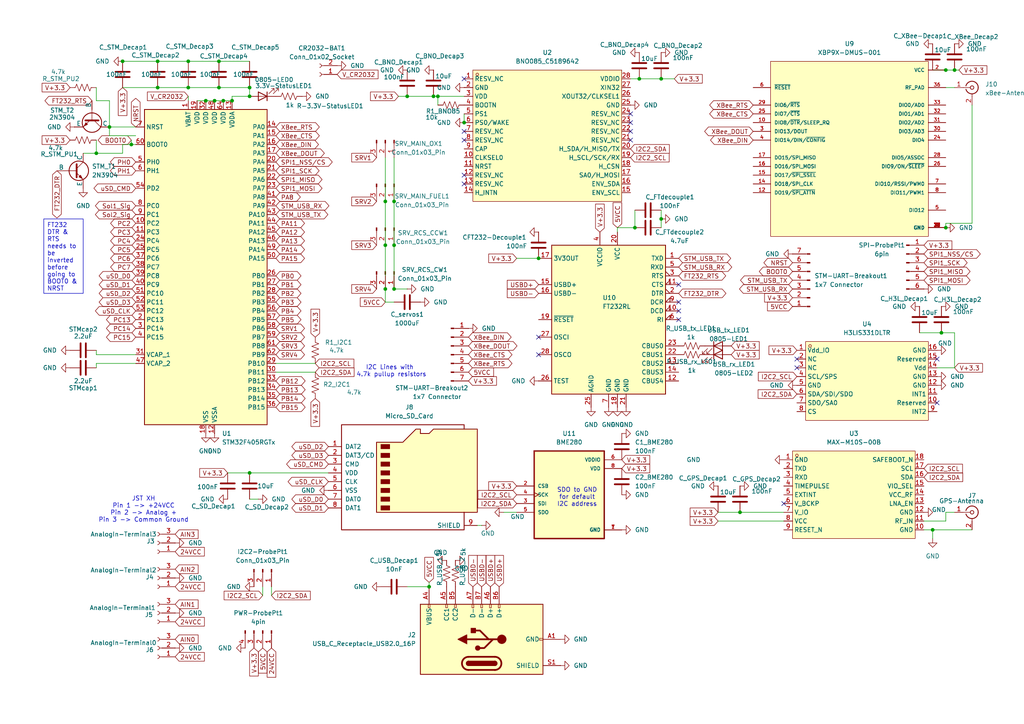
<source format=kicad_sch>
(kicad_sch (version 20250114) (generator "eeschema") (generator_version "9.0")
  (paper "A4")
  (text "I2C Lines with \n4.7k pullup resistors" (at 113.538 107.696 0) (effects (font (size 1.27 1.27))))
  (text "JST XH\nPin 1 -> +24VCC\nPin 2 -> Analog +\nPin 3 -> Common Ground" (at 41.656 147.828 0) (effects (font (size 1.27 1.27))))
  (text "SDO to GND\nfor default\nI2C address" (at 167.386 144.272 0) (effects (font (size 1.27 1.27))))
  (text_box "FT232 DTR & RTS needs to be inverted before going to BOOT0 & NRST" (at 12.7 63.5 0) (size 11.43 21.59) (margins 0.9525 0.9525 0.9525 0.9525) (effects (font (size 1.27 1.27)) (justify left top)))
  (junction (at 127 27.94))
  (junction (at 214.63 148.59))
  (junction (at 63.5 25.4))
  (junction (at 114.3 58.42))
  (junction (at 59.69 29.21))
  (junction (at 72.39 25.4))
  (junction (at 72.39 27.94))
  (junction (at 64.77 29.21))
  (junction (at 67.31 29.21))
  (junction (at 156.21 74.93))
  (junction (at 274.32 20.32))
  (junction (at 111.76 83.82))
  (junction (at 184.15 66.04))
  (junction (at 114.3 71.12))
  (junction (at 54.61 17.78))
  (junction (at 63.5 17.78))
  (junction (at 270.51 153.67))
  (junction (at 72.39 137.16))
  (junction (at 134.62 35.56))
  (junction (at 118.11 27.94))
  (junction (at 62.23 29.21))
  (junction (at 185.42 22.86))
  (junction (at 111.76 58.42))
  (junction (at 31.75 36.83))
  (junction (at 191.77 63.5))
  (junction (at 191.77 22.86))
  (junction (at 45.72 17.78))
  (junction (at 27.94 44.45))
  (junction (at 38.1 41.91))
  (junction (at 111.76 71.12))
  (junction (at 124.46 170.18))
  (junction (at 273.05 96.52))
  (junction (at 54.61 25.4))
  (junction (at 274.32 66.04))
  (junction (at 35.56 17.78))
  (junction (at 125.73 27.94))
  (junction (at 276.86 20.32))
  (junction (at 45.72 25.4))
  (junction (at 114.3 83.82))
  (no_connect (at 196.85 92.71))
  (no_connect (at 156.21 97.79))
  (no_connect (at 134.62 50.8))
  (no_connect (at 182.88 40.64))
  (no_connect (at 271.78 104.14))
  (no_connect (at 134.62 40.64))
  (no_connect (at 182.88 38.1))
  (no_connect (at 134.62 53.34))
  (no_connect (at 182.88 33.02))
  (no_connect (at 182.88 35.56))
  (no_connect (at 231.14 104.14))
  (no_connect (at 196.85 82.55))
  (no_connect (at 134.62 22.86))
  (no_connect (at 271.78 116.84))
  (no_connect (at 134.62 38.1))
  (no_connect (at 227.33 146.05))
  (no_connect (at 196.85 87.63))
  (no_connect (at 196.85 90.17))
  (no_connect (at 156.21 102.87))
  (no_connect (at 231.14 106.68))
  (wire (pts (xy 91.44 105.41) (xy 80.01 105.41)))
  (wire (pts (xy 127 27.94) (xy 127 30.48)))
  (wire (pts (xy 134.62 33.02) (xy 134.62 35.56)))
  (wire (pts (xy 35.56 17.78) (xy 45.72 17.78)))
  (wire (pts (xy 45.72 25.4) (xy 54.61 25.4)))
  (wire (pts (xy 57.15 29.21) (xy 59.69 29.21)))
  (wire (pts (xy 138.43 152.4) (xy 139.7 152.4)))
  (wire (pts (xy 266.7 96.52) (xy 273.05 96.52)))
  (wire (pts (xy 24.13 44.45) (xy 27.94 44.45)))
  (wire (pts (xy 39.37 102.87) (xy 27.94 102.87)))
  (wire (pts (xy 27.94 40.64) (xy 27.94 44.45)))
  (wire (pts (xy 38.1 41.91) (xy 39.37 41.91)))
  (wire (pts (xy 179.07 66.04) (xy 179.07 67.31)))
  (wire (pts (xy 118.11 170.18) (xy 124.46 170.18)))
  (wire (pts (xy 27.94 105.41) (xy 39.37 105.41)))
  (wire (pts (xy 115.57 27.94) (xy 118.11 27.94)))
  (wire (pts (xy 185.42 22.86) (xy 191.77 22.86)))
  (wire (pts (xy 208.28 151.13) (xy 227.33 151.13)))
  (wire (pts (xy 274.32 25.4) (xy 276.86 25.4)))
  (wire (pts (xy 114.3 58.42) (xy 114.3 71.12)))
  (wire (pts (xy 149.86 74.93) (xy 156.21 74.93)))
  (wire (pts (xy 54.61 17.78) (xy 63.5 17.78)))
  (wire (pts (xy 114.3 45.72) (xy 114.3 58.42)))
  (wire (pts (xy 114.3 87.63) (xy 111.76 87.63)))
  (wire (pts (xy 276.86 96.52) (xy 276.86 106.68)))
  (wire (pts (xy 35.56 41.91) (xy 38.1 41.91)))
  (wire (pts (xy 281.94 64.77) (xy 274.32 64.77)))
  (wire (pts (xy 59.69 29.21) (xy 62.23 29.21)))
  (wire (pts (xy 274.32 148.59) (xy 274.32 151.13)))
  (wire (pts (xy 27.94 101.6) (xy 27.94 102.87)))
  (wire (pts (xy 111.76 71.12) (xy 111.76 83.82)))
  (wire (pts (xy 62.23 29.21) (xy 64.77 29.21)))
  (wire (pts (xy 118.11 27.94) (xy 125.73 27.94)))
  (wire (pts (xy 35.56 25.4) (xy 45.72 25.4)))
  (wire (pts (xy 191.77 63.5) (xy 191.77 66.04)))
  (wire (pts (xy 184.15 66.04) (xy 179.07 66.04)))
  (wire (pts (xy 274.32 151.13) (xy 267.97 151.13)))
  (wire (pts (xy 64.77 29.21) (xy 67.31 29.21)))
  (wire (pts (xy 273.05 96.52) (xy 276.86 96.52)))
  (wire (pts (xy 66.04 137.16) (xy 72.39 137.16)))
  (wire (pts (xy 72.39 27.94) (xy 67.31 27.94)))
  (wire (pts (xy 45.72 17.78) (xy 54.61 17.78)))
  (wire (pts (xy 35.56 44.45) (xy 35.56 41.91)))
  (wire (pts (xy 278.13 20.32) (xy 276.86 20.32)))
  (wire (pts (xy 38.1 40.64) (xy 38.1 41.91)))
  (wire (pts (xy 76.2 170.18) (xy 76.2 172.72)))
  (wire (pts (xy 72.39 137.16) (xy 95.25 137.16)))
  (wire (pts (xy 127 27.94) (xy 134.62 27.94)))
  (wire (pts (xy 27.94 44.45) (xy 35.56 44.45)))
  (wire (pts (xy 63.5 17.78) (xy 72.39 17.78)))
  (wire (pts (xy 191.77 60.96) (xy 191.77 63.5)))
  (wire (pts (xy 111.76 45.72) (xy 111.76 58.42)))
  (wire (pts (xy 146.05 148.59) (xy 149.86 148.59)))
  (wire (pts (xy 27.94 29.21) (xy 31.75 29.21)))
  (wire (pts (xy 39.37 39.37) (xy 31.75 39.37)))
  (wire (pts (xy 31.75 29.21) (xy 31.75 36.83)))
  (wire (pts (xy 184.15 60.96) (xy 184.15 66.04)))
  (wire (pts (xy 125.73 27.94) (xy 127 27.94)))
  (wire (pts (xy 182.88 22.86) (xy 185.42 22.86)))
  (wire (pts (xy 78.74 170.18) (xy 78.74 172.72)))
  (wire (pts (xy 54.61 27.94) (xy 54.61 29.21)))
  (wire (pts (xy 111.76 58.42) (xy 111.76 71.12)))
  (wire (pts (xy 72.39 144.78) (xy 74.93 144.78)))
  (wire (pts (xy 114.3 71.12) (xy 114.3 83.82)))
  (wire (pts (xy 274.32 64.77) (xy 274.32 66.04)))
  (wire (pts (xy 111.76 87.63) (xy 111.76 83.82)))
  (wire (pts (xy 72.39 25.4) (xy 72.39 27.94)))
  (wire (pts (xy 276.86 106.68) (xy 271.78 106.68)))
  (wire (pts (xy 67.31 27.94) (xy 67.31 29.21)))
  (wire (pts (xy 270.51 153.67) (xy 270.51 156.21)))
  (wire (pts (xy 91.44 107.95) (xy 80.01 107.95)))
  (wire (pts (xy 39.37 36.83) (xy 31.75 36.83)))
  (wire (pts (xy 270.51 20.32) (xy 274.32 20.32)))
  (wire (pts (xy 27.94 105.41) (xy 27.94 106.68)))
  (wire (pts (xy 27.94 25.4) (xy 27.94 29.21)))
  (wire (pts (xy 118.11 83.82) (xy 114.3 83.82)))
  (wire (pts (xy 267.97 153.67) (xy 270.51 153.67)))
  (wire (pts (xy 214.63 148.59) (xy 227.33 148.59)))
  (wire (pts (xy 63.5 25.4) (xy 72.39 25.4)))
  (wire (pts (xy 31.75 39.37) (xy 31.75 36.83)))
  (wire (pts (xy 276.86 20.32) (xy 274.32 20.32)))
  (wire (pts (xy 54.61 25.4) (xy 63.5 25.4)))
  (wire (pts (xy 274.32 148.59) (xy 276.86 148.59)))
  (wire (pts (xy 124.46 168.91) (xy 124.46 170.18)))
  (wire (pts (xy 281.94 30.48) (xy 281.94 64.77)))
  (wire (pts (xy 195.58 22.86) (xy 191.77 22.86)))
  (wire (pts (xy 208.28 148.59) (xy 214.63 148.59)))
  (wire (pts (xy 270.51 153.67) (xy 281.94 153.67)))
  (global_label "BOOT0" (shape bidirectional) (at 38.1 40.64 180) (property "Intersheetrefs" "${INTERSHEET_REFS}" (effects (hide yes))))
  (global_label "5VCC" (shape input) (at 229.87 88.9 180) (property "Intersheetrefs" "${INTERSHEET_REFS}" (effects (hide yes))))
  (global_label "PC2" (shape bidirectional) (at 39.37 64.77 180) (property "Intersheetrefs" "${INTERSHEET_REFS}" (effects (hide yes))))
  (global_label "V+3.3" (shape input) (at 20.32 40.64 180) (property "Intersheetrefs" "${INTERSHEET_REFS}" (effects (hide yes))))
  (global_label "XBee_RTS" (shape bidirectional) (at 80.01 36.83 0) (property "Intersheetrefs" "${INTERSHEET_REFS}" (effects (hide yes))))
  (global_label "AIN1" (shape input) (at 50.8 175.26 0) (property "Intersheetrefs" "${INTERSHEET_REFS}" (effects (hide yes))))
  (global_label "I2C2_SCL" (shape input) (at 91.44 105.41 0) (property "Intersheetrefs" "${INTERSHEET_REFS}" (effects (hide yes))))
  (global_label "PC4" (shape bidirectional) (at 39.37 69.85 180) (property "Intersheetrefs" "${INTERSHEET_REFS}" (effects (hide yes))))
  (global_label "SRV4" (shape bidirectional) (at 80.01 102.87 0) (property "Intersheetrefs" "${INTERSHEET_REFS}" (effects (hide yes))))
  (global_label "uSD_D2" (shape bidirectional) (at 39.37 85.09 180) (property "Intersheetrefs" "${INTERSHEET_REFS}" (effects (hide yes))))
  (global_label "PA13" (shape bidirectional) (at 80.01 69.85 0) (property "Intersheetrefs" "${INTERSHEET_REFS}" (effects (hide yes))))
  (global_label "FT232_DTR" (shape bidirectional) (at 196.85 85.09 0) (property "Intersheetrefs" "${INTERSHEET_REFS}" (effects (hide yes))))
  (global_label "XBee_DOUT" (shape bidirectional) (at 135.89 100.33 0) (property "Intersheetrefs" "${INTERSHEET_REFS}" (effects (hide yes))))
  (global_label "USBD+" (shape input) (at 142.24 170.18 90) (property "Intersheetrefs" "${INTERSHEET_REFS}" (effects (hide yes))))
  (global_label "PC5" (shape bidirectional) (at 39.37 72.39 180) (property "Intersheetrefs" "${INTERSHEET_REFS}" (effects (hide yes))))
  (global_label "V+3.3" (shape input) (at 267.97 71.12 0) (property "Intersheetrefs" "${INTERSHEET_REFS}" (effects (hide yes))))
  (global_label "V+3.3" (shape input) (at 91.44 97.79 90) (property "Intersheetrefs" "${INTERSHEET_REFS}" (effects (hide yes))))
  (global_label "STM_USB_TX" (shape bidirectional) (at 80.01 62.23 0) (property "Intersheetrefs" "${INTERSHEET_REFS}" (effects (hide yes))))
  (global_label "uSD_CLK" (shape bidirectional) (at 95.25 139.7 180) (property "Intersheetrefs" "${INTERSHEET_REFS}" (effects (hide yes))))
  (global_label "V+3.3" (shape input) (at 180.34 133.35 0) (property "Intersheetrefs" "${INTERSHEET_REFS}" (effects (hide yes))))
  (global_label "STM_USB_RX" (shape bidirectional) (at 80.01 59.69 0) (property "Intersheetrefs" "${INTERSHEET_REFS}" (effects (hide yes))))
  (global_label "PB3" (shape bidirectional) (at 80.01 87.63 0) (property "Intersheetrefs" "${INTERSHEET_REFS}" (effects (hide yes))))
  (global_label "V+3.3" (shape input) (at 73.66 187.96 270) (property "Intersheetrefs" "${INTERSHEET_REFS}" (effects (hide yes))))
  (global_label "NRST" (shape bidirectional) (at 229.87 76.2 180) (property "Intersheetrefs" "${INTERSHEET_REFS}" (effects (hide yes))))
  (global_label "uSD_CMD" (shape bidirectional) (at 39.37 54.61 180) (property "Intersheetrefs" "${INTERSHEET_REFS}" (effects (hide yes))))
  (global_label "V+3.3" (shape input) (at 35.56 25.4 270) (property "Intersheetrefs" "${INTERSHEET_REFS}" (effects (hide yes))))
  (global_label "PB0" (shape bidirectional) (at 80.01 80.01 0) (property "Intersheetrefs" "${INTERSHEET_REFS}" (effects (hide yes))))
  (global_label "SRV2" (shape input) (at 109.22 58.42 180) (property "Intersheetrefs" "${INTERSHEET_REFS}" (effects (hide yes))))
  (global_label "24VCC" (shape input) (at 50.8 190.5 0) (property "Intersheetrefs" "${INTERSHEET_REFS}" (effects (hide yes))))
  (global_label "V+3.3" (shape input) (at 115.57 27.94 180) (property "Intersheetrefs" "${INTERSHEET_REFS}" (effects (hide yes))))
  (global_label "PC7" (shape bidirectional) (at 39.37 77.47 180) (property "Intersheetrefs" "${INTERSHEET_REFS}" (effects (hide yes))))
  (global_label "SPI1_SCK" (shape bidirectional) (at 267.97 76.2 0) (property "Intersheetrefs" "${INTERSHEET_REFS}" (effects (hide yes))))
  (global_label "PC6" (shape bidirectional) (at 39.37 74.93 180) (property "Intersheetrefs" "${INTERSHEET_REFS}" (effects (hide yes))))
  (global_label "5VCC" (shape input) (at 124.46 168.91 90) (property "Intersheetrefs" "${INTERSHEET_REFS}" (effects (hide yes))))
  (global_label "PB5" (shape bidirectional) (at 80.01 92.71 0) (property "Intersheetrefs" "${INTERSHEET_REFS}" (effects (hide yes))))
  (global_label "USBD-" (shape input) (at 137.16 170.18 90) (property "Intersheetrefs" "${INTERSHEET_REFS}" (effects (hide yes))))
  (global_label "V+3.3" (shape input) (at 135.89 110.49 0) (property "Intersheetrefs" "${INTERSHEET_REFS}" (effects (hide yes))))
  (global_label "SPI1_NSS{slash}CS" (shape bidirectional) (at 267.97 73.66 0) (property "Intersheetrefs" "${INTERSHEET_REFS}" (effects (hide yes))))
  (global_label "V+3.3" (shape input) (at 208.28 151.13 180) (property "Intersheetrefs" "${INTERSHEET_REFS}" (effects (hide yes))))
  (global_label "V+3.3" (shape input) (at 212.09 102.87 0) (property "Intersheetrefs" "${INTERSHEET_REFS}" (effects (hide yes))))
  (global_label "STM_USB_RX" (shape bidirectional) (at 196.85 77.47 0) (property "Intersheetrefs" "${INTERSHEET_REFS}" (effects (hide yes))))
  (global_label "PB4" (shape bidirectional) (at 80.01 90.17 0) (property "Intersheetrefs" "${INTERSHEET_REFS}" (effects (hide yes))))
  (global_label "24VCC" (shape input) (at 50.8 160.02 0) (property "Intersheetrefs" "${INTERSHEET_REFS}" (effects (hide yes))))
  (global_label "I2C2_SDA" (shape input) (at 78.74 172.72 0) (property "Intersheetrefs" "${INTERSHEET_REFS}" (effects (hide yes))))
  (global_label "SRV1" (shape input) (at 109.22 45.72 180) (property "Intersheetrefs" "${INTERSHEET_REFS}" (effects (hide yes))))
  (global_label "V+3.3" (shape input) (at 173.99 67.31 90) (property "Intersheetrefs" "${INTERSHEET_REFS}" (effects (hide yes))))
  (global_label "uSD_D0" (shape bidirectional) (at 39.37 80.01 180) (property "Intersheetrefs" "${INTERSHEET_REFS}" (effects (hide yes))))
  (global_label "uSD_CLK" (shape bidirectional) (at 39.37 90.17 180) (property "Intersheetrefs" "${INTERSHEET_REFS}" (effects (hide yes))))
  (global_label "V+3.3" (shape input) (at 149.86 74.93 180) (property "Intersheetrefs" "${INTERSHEET_REFS}" (effects (hide yes))))
  (global_label "24VCC" (shape input) (at 50.8 170.18 0) (property "Intersheetrefs" "${INTERSHEET_REFS}" (effects (hide yes))))
  (global_label "V+3.3" (shape input) (at 276.86 106.68 0) (property "Intersheetrefs" "${INTERSHEET_REFS}" (effects (hide yes))))
  (global_label "I2C2_SCL" (shape input) (at 76.2 172.72 180) (property "Intersheetrefs" "${INTERSHEET_REFS}" (effects (hide yes))))
  (global_label "SRV3" (shape bidirectional) (at 80.01 100.33 0) (property "Intersheetrefs" "${INTERSHEET_REFS}" (effects (hide yes))))
  (global_label "PH0" (shape bidirectional) (at 39.37 46.99 180) (property "Intersheetrefs" "${INTERSHEET_REFS}" (effects (hide yes))))
  (global_label "uSD_D2" (shape bidirectional) (at 95.25 129.54 180) (property "Intersheetrefs" "${INTERSHEET_REFS}" (effects (hide yes))))
  (global_label "I2C2_SCL" (shape input) (at 231.14 109.22 180) (property "Intersheetrefs" "${INTERSHEET_REFS}" (effects (hide yes))))
  (global_label "I2C2_SCL" (shape input) (at 182.88 45.72 0) (property "Intersheetrefs" "${INTERSHEET_REFS}" (effects (hide yes))))
  (global_label "SRV1" (shape bidirectional) (at 80.01 95.25 0) (property "Intersheetrefs" "${INTERSHEET_REFS}" (effects (hide yes))))
  (global_label "I2C2_SCL" (shape input) (at 267.97 135.89 0) (property "Intersheetrefs" "${INTERSHEET_REFS}" (effects (hide yes))))
  (global_label "FT232_RTS" (shape bidirectional) (at 196.85 80.01 0) (property "Intersheetrefs" "${INTERSHEET_REFS}" (effects (hide yes))))
  (global_label "PA15" (shape bidirectional) (at 80.01 74.93 0) (property "Intersheetrefs" "${INTERSHEET_REFS}" (effects (hide yes))))
  (global_label "XBee_RTS" (shape bidirectional) (at 135.89 105.41 0) (property "Intersheetrefs" "${INTERSHEET_REFS}" (effects (hide yes))))
  (global_label "STM_USB_TX" (shape bidirectional) (at 229.87 81.28 180) (property "Intersheetrefs" "${INTERSHEET_REFS}" (effects (hide yes))))
  (global_label "STM_USB_RX" (shape bidirectional) (at 229.87 83.82 180) (property "Intersheetrefs" "${INTERSHEET_REFS}" (effects (hide yes))))
  (global_label "Sol1_Sig" (shape bidirectional) (at 39.37 59.69 180) (property "Intersheetrefs" "${INTERSHEET_REFS}" (effects (hide yes))))
  (global_label "V+3.3" (shape input) (at 180.34 135.89 0) (property "Intersheetrefs" "${INTERSHEET_REFS}" (effects (hide yes))))
  (global_label "I2C2_SCL" (shape input) (at 149.86 143.51 180) (property "Intersheetrefs" "${INTERSHEET_REFS}" (effects (hide yes))))
  (global_label "PB15" (shape bidirectional) (at 80.01 118.11 0) (property "Intersheetrefs" "${INTERSHEET_REFS}" (effects (hide yes))))
  (global_label "XBee_CTS" (shape bidirectional) (at 135.89 102.87 0) (property "Intersheetrefs" "${INTERSHEET_REFS}" (effects (hide yes))))
  (global_label "I2C2_SDA" (shape input) (at 267.97 138.43 0) (property "Intersheetrefs" "${INTERSHEET_REFS}" (effects (hide yes))))
  (global_label "V+3.3" (shape input) (at 231.14 101.6 180) (property "Intersheetrefs" "${INTERSHEET_REFS}" (effects (hide yes))))
  (global_label "XBee_CTS" (shape bidirectional) (at 218.44 33.02 180) (property "Intersheetrefs" "${INTERSHEET_REFS}" (effects (hide yes))))
  (global_label "5VCC" (shape input) (at 76.2 187.96 270) (property "Intersheetrefs" "${INTERSHEET_REFS}" (effects (hide yes))))
  (global_label "V+3.3" (shape input) (at 195.58 22.86 0) (property "Intersheetrefs" "${INTERSHEET_REFS}" (effects (hide yes))))
  (global_label "USBD+" (shape input) (at 144.78 170.18 90) (property "Intersheetrefs" "${INTERSHEET_REFS}" (effects (hide yes))))
  (global_label "AIN3" (shape input) (at 50.8 154.94 0) (property "Intersheetrefs" "${INTERSHEET_REFS}" (effects (hide yes))))
  (global_label "V+3.3" (shape input) (at 91.44 115.57 270) (property "Intersheetrefs" "${INTERSHEET_REFS}" (effects (hide yes))))
  (global_label "PB12" (shape bidirectional) (at 80.01 110.49 0) (property "Intersheetrefs" "${INTERSHEET_REFS}" (effects (hide yes))))
  (global_label "V+3.3" (shape input) (at 208.28 148.59 180) (property "Intersheetrefs" "${INTERSHEET_REFS}" (effects (hide yes))))
  (global_label "PB2" (shape bidirectional) (at 80.01 85.09 0) (property "Intersheetrefs" "${INTERSHEET_REFS}" (effects (hide yes))))
  (global_label "SPI1_MISO" (shape bidirectional) (at 80.01 52.07 0) (property "Intersheetrefs" "${INTERSHEET_REFS}" (effects (hide yes))))
  (global_label "XBee_DOUT" (shape bidirectional) (at 80.01 44.45 0) (property "Intersheetrefs" "${INTERSHEET_REFS}" (effects (hide yes))))
  (global_label "24VCC" (shape input) (at 50.8 180.34 0) (property "Intersheetrefs" "${INTERSHEET_REFS}" (effects (hide yes))))
  (global_label "I2C2_SDA" (shape input) (at 231.14 114.3 180) (property "Intersheetrefs" "${INTERSHEET_REFS}" (effects (hide yes))))
  (global_label "PB1" (shape bidirectional) (at 80.01 82.55 0) (property "Intersheetrefs" "${INTERSHEET_REFS}" (effects (hide yes))))
  (global_label "PA11" (shape bidirectional) (at 80.01 64.77 0) (property "Intersheetrefs" "${INTERSHEET_REFS}" (effects (hide yes))))
  (global_label "V+3.3" (shape input) (at 66.04 137.16 180) (property "Intersheetrefs" "${INTERSHEET_REFS}" (effects (hide yes))))
  (global_label "V_CR2032" (shape input) (at 54.61 27.94 180) (property "Intersheetrefs" "${INTERSHEET_REFS}" (effects (hide yes))))
  (global_label "uSD_D1" (shape bidirectional) (at 39.37 82.55 180) (property "Intersheetrefs" "${INTERSHEET_REFS}" (effects (hide yes))))
  (global_label "SPI1_MOSI" (shape bidirectional) (at 267.97 81.28 0) (property "Intersheetrefs" "${INTERSHEET_REFS}" (effects (hide yes))))
  (global_label "NRST" (shape bidirectional) (at 39.37 36.83 90) (property "Intersheetrefs" "${INTERSHEET_REFS}" (effects (hide yes))))
  (global_label "XBee_DIN" (shape bidirectional) (at 218.44 40.64 180) (property "Intersheetrefs" "${INTERSHEET_REFS}" (effects (hide yes))))
  (global_label "PA14" (shape bidirectional) (at 80.01 72.39 0) (property "Intersheetrefs" "${INTERSHEET_REFS}" (effects (hide yes))))
  (global_label "STM_USB_TX" (shape bidirectional) (at 196.85 74.93 0) (property "Intersheetrefs" "${INTERSHEET_REFS}" (effects (hide yes))))
  (global_label "uSD_CMD" (shape bidirectional) (at 95.25 134.62 180) (property "Intersheetrefs" "${INTERSHEET_REFS}" (effects (hide yes))))
  (global_label "I2C2_SDA" (shape input) (at 182.88 43.18 0) (property "Intersheetrefs" "${INTERSHEET_REFS}" (effects (hide yes))))
  (global_label "SPI1_MISO" (shape bidirectional) (at 267.97 78.74 0) (property "Intersheetrefs" "${INTERSHEET_REFS}" (effects (hide yes))))
  (global_label "SPI1_SCK" (shape bidirectional) (at 80.01 49.53 0) (property "Intersheetrefs" "${INTERSHEET_REFS}" (effects (hide yes))))
  (global_label "V_CR2032" (shape input) (at 97.79 21.59 0) (property "Intersheetrefs" "${INTERSHEET_REFS}" (effects (hide yes))))
  (global_label "BOOT0" (shape bidirectional) (at 229.87 78.74 180) (property "Intersheetrefs" "${INTERSHEET_REFS}" (effects (hide yes))))
  (global_label "5VCC" (shape input) (at 179.07 66.04 90) (property "Intersheetrefs" "${INTERSHEET_REFS}" (effects (hide yes))))
  (global_label "SPI1_MOSI" (shape bidirectional) (at 80.01 54.61 0) (property "Intersheetrefs" "${INTERSHEET_REFS}" (effects (hide yes))))
  (global_label "PC15" (shape bidirectional) (at 39.37 97.79 180) (property "Intersheetrefs" "${INTERSHEET_REFS}" (effects (hide yes))))
  (global_label "AIN0" (shape input) (at 50.8 185.42 0) (property "Intersheetrefs" "${INTERSHEET_REFS}" (effects (hide yes))))
  (global_label "FT232_DTR" (shape bidirectional) (at 16.51 49.53 270) (property "Intersheetrefs" "${INTERSHEET_REFS}" (effects (hide yes))))
  (global_label "V+3.3" (shape input) (at 149.86 140.97 180) (property "Intersheetrefs" "${INTERSHEET_REFS}" (effects (hide yes))))
  (global_label "I2C2_SDA" (shape input) (at 149.86 146.05 180) (property "Intersheetrefs" "${INTERSHEET_REFS}" (effects (hide yes))))
  (global_label "PB13" (shape bidirectional) (at 80.01 113.03 0) (property "Intersheetrefs" "${INTERSHEET_REFS}" (effects (hide yes))))
  (global_label "V+3.3" (shape input) (at 229.87 86.36 180) (property "Intersheetrefs" "${INTERSHEET_REFS}" (effects (hide yes))))
  (global_label "uSD_D3" (shape bidirectional) (at 39.37 87.63 180) (property "Intersheetrefs" "${INTERSHEET_REFS}" (effects (hide yes))))
  (global_label "USBD-" (shape input) (at 156.21 85.09 180) (property "Intersheetrefs" "${INTERSHEET_REFS}" (effects (hide yes))))
  (global_label "USBD+" (shape input) (at 156.21 82.55 180) (property "Intersheetrefs" "${INTERSHEET_REFS}" (effects (hide yes))))
  (global_label "5VCC" (shape input) (at 135.89 107.95 0) (property "Intersheetrefs" "${INTERSHEET_REFS}" (effects (hide yes))))
  (global_label "FT232_RTS" (shape bidirectional) (at 26.67 29.21 180) (property "Intersheetrefs" "${INTERSHEET_REFS}" (effects (hide yes))))
  (global_label "V+3.3" (shape input) (at 20.32 25.4 180) (property "Intersheetrefs" "${INTERSHEET_REFS}" (effects (hide yes))))
  (global_label "PC13" (shape bidirectional) (at 39.37 92.71 180) (property "Intersheetrefs" "${INTERSHEET_REFS}" (effects (hide yes))))
  (global_label "V+3.3" (shape input) (at 212.09 100.33 0) (property "Intersheetrefs" "${INTERSHEET_REFS}" (effects (hide yes))))
  (global_label "5VCC" (shape input) (at 111.76 87.63 180) (property "Intersheetrefs" "${INTERSHEET_REFS}" (effects (hide yes))))
  (global_label "24VCC" (shape input) (at 78.74 187.96 270) (property "Intersheetrefs" "${INTERSHEET_REFS}" (effects (hide yes))))
  (global_label "uSD_D0" (shape bidirectional) (at 95.25 144.78 180) (property "Intersheetrefs" "${INTERSHEET_REFS}" (effects (hide yes))))
  (global_label "XBee_DIN" (shape bidirectional) (at 135.89 97.79 0) (property "Intersheetrefs" "${INTERSHEET_REFS}" (effects (hide yes))))
  (global_label "uSD_D3" (shape bidirectional) (at 95.25 132.08 180) (property "Intersheetrefs" "${INTERSHEET_REFS}" (effects (hide yes))))
  (global_label "XBee_RTS" (shape bidirectional) (at 218.44 30.48 180) (property "Intersheetrefs" "${INTERSHEET_REFS}" (effects (hide yes))))
  (global_label "XBee_CTS" (shape bidirectional) (at 80.01 39.37 0) (property "Intersheetrefs" "${INTERSHEET_REFS}" (effects (hide yes))))
  (global_label "SRV4" (shape input) (at 109.22 83.82 180) (property "Intersheetrefs" "${INTERSHEET_REFS}" (effects (hide yes))))
  (global_label "USBD-" (shape input) (at 139.7 170.18 90) (property "Intersheetrefs" "${INTERSHEET_REFS}" (effects (hide yes))))
  (global_label "SRV3" (shape input) (at 109.22 71.12 180) (property "Intersheetrefs" "${INTERSHEET_REFS}" (effects (hide yes))))
  (global_label "PA12" (shape bidirectional) (at 80.01 67.31 0) (property "Intersheetrefs" "${INTERSHEET_REFS}" (effects (hide yes))))
  (global_label "SRV2" (shape bidirectional) (at 80.01 97.79 0) (property "Intersheetrefs" "${INTERSHEET_REFS}" (effects (hide yes))))
  (global_label "PH1" (shape bidirectional) (at 39.37 49.53 180) (property "Intersheetrefs" "${INTERSHEET_REFS}" (effects (hide yes))))
  (global_label "XBee_DIN" (shape bidirectional) (at 80.01 41.91 0) (property "Intersheetrefs" "${INTERSHEET_REFS}" (effects (hide yes))))
  (global_label "PA8" (shape bidirectional) (at 80.01 57.15 0) (property "Intersheetrefs" "${INTERSHEET_REFS}" (effects (hide yes))))
  (global_label "V+3.3" (shape input) (at 278.13 20.32 0) (property "Intersheetrefs" "${INTERSHEET_REFS}" (effects (hide yes))))
  (global_label "I2C2_SDA" (shape input) (at 91.44 107.95 0) (property "Intersheetrefs" "${INTERSHEET_REFS}" (effects (hide yes))))
  (global_label "Sol2_Sig" (shape bidirectional) (at 39.37 62.23 180) (property "Intersheetrefs" "${INTERSHEET_REFS}" (effects (hide yes))))
  (global_label "SPI1_NSS{slash}CS" (shape bidirectional) (at 80.01 46.99 0) (property "Intersheetrefs" "${INTERSHEET_REFS}" (effects (hide yes))))
  (global_label "AIN2" (shape input) (at 50.8 165.1 0) (property "Intersheetrefs" "${INTERSHEET_REFS}" (effects (hide yes))))
  (global_label "PB14" (shape bidirectional) (at 80.01 115.57 0) (property "Intersheetrefs" "${INTERSHEET_REFS}" (effects (hide yes))))
  (global_label "PC14" (shape bidirectional) (at 39.37 95.25 180) (property "Intersheetrefs" "${INTERSHEET_REFS}" (effects (hide yes))))
  (global_label "PC3" (shape bidirectional) (at 39.37 67.31 180) (property "Intersheetrefs" "${INTERSHEET_REFS}" (effects (hide yes))))
  (global_label "XBee_DOUT" (shape bidirectional) (at 218.44 38.1 180) (property "Intersheetrefs" "${INTERSHEET_REFS}" (effects (hide yes))))
  (global_label "uSD_D1" (shape bidirectional) (at 95.25 147.32 180) (property "Intersheetrefs" "${INTERSHEET_REFS}" (effects (hide yes))))
  (symbol (lib_id "power:GND") (at 180.34 143.51 90) (unit 1)
    (property "Reference" "#PWR049" (effects (hide yes)))
    (property "Value" "GND" (at 184.15 143.5099 90) (effects (justify right)))
    (property "Description" "Power symbol creates a global label with name \"GND\" , ground" (effects (hide yes)))
  )
  (symbol (lib_id "Device:C") (at 214.63 144.78 0) (unit 1)
    (property "Reference" "C_GPS_Decap2" (at 212.344 138.938 0) (effects (justify left)))
    (property "Value" "100nF" (at 217.932 142.494 0) (effects (justify left)))
    (property "Footprint" "Capacitor_SMD:C_0603_1608Metric_Pad1.08x0.95mm_HandSolder" (effects (hide yes)))
    (property "Description" "Unpolarized capacitor" (effects (hide yes)))
  )
  (symbol (lib_id "Device:C") (at 72.39 140.97 180) (unit 1)
    (property "Reference" "C_SD_Decap2" (at 83.82 147.066 0) (effects (justify left)))
    (property "Value" "10uF" (at 79.502 140.97 0) (effects (justify left)))
    (property "Footprint" "Capacitor_SMD:C_0603_1608Metric_Pad1.08x0.95mm_HandSolder" (effects (hide yes)))
    (property "Description" "Unpolarized capacitor" (effects (hide yes)))
  )
  (symbol (lib_id "power:GND") (at 182.88 30.48 90) (unit 1)
    (property "Reference" "#PWR016" (effects (hide yes)))
    (property "Value" "GND" (at 186.69 30.4799 90) (effects (justify right)))
    (property "Description" "Power symbol creates a global label with name \"GND\" , ground" (effects (hide yes)))
  )
  (symbol (lib_id "power:GND") (at 273.05 88.9 90) (unit 1)
    (property "Reference" "#PWR060" (effects (hide yes)))
    (property "Value" "GND" (at 276.86 88.8999 90) (effects (justify right)))
    (property "Description" "Power symbol creates a global label with name \"GND\" , ground" (effects (hide yes)))
  )
  (symbol (lib_id "power:GND") (at 87.63 27.94 90) (unit 1)
    (property "Reference" "#PWR043" (effects (hide yes)))
    (property "Value" "GND" (at 91.44 27.9399 90) (effects (justify right)))
    (property "Description" "Power symbol creates a global label with name \"GND\" , ground" (effects (hide yes)))
  )
  (symbol (lib_id "power:GND") (at 274.32 66.04 90) (unit 1)
    (property "Reference" "#PWR028" (effects (hide yes)))
    (property "Value" "GND" (at 278.13 66.0399 90) (effects (justify right)))
    (property "Description" "Power symbol creates a global label with name \"GND\" , ground" (effects (hide yes)))
  )
  (symbol (lib_id "Device:C") (at 187.96 60.96 90) (unit 1)
    (property "Reference" "C_FTdecouple1" (at 194.31 57.15 90))
    (property "Value" "100nF" (at 194.31 59.69 90))
    (property "Footprint" "Capacitor_SMD:C_0805_2012Metric_Pad1.18x1.45mm_HandSolder" (effects (hide yes)))
    (property "Description" "Unpolarized capacitor" (effects (hide yes)))
  )
  (symbol (lib_id "Device:C") (at 66.04 140.97 180) (unit 1)
    (property "Reference" "C_SD_Decap1" (at 68.326 146.812 0) (effects (justify left)))
    (property "Value" "100nF" (at 63.246 141.224 0) (effects (justify left)))
    (property "Footprint" "Capacitor_SMD:C_0603_1608Metric_Pad1.08x0.95mm_HandSolder" (effects (hide yes)))
    (property "Description" "Unpolarized capacitor" (effects (hide yes)))
  )
  (symbol (lib_id "Device:C") (at 35.56 21.59 0) (unit 1)
    (property "Reference" "C_STM_Decap1" (at 28.702 13.716 0) (effects (justify left)))
    (property "Value" "100nF" (at 30.734 21.59 0) (effects (justify left)))
    (property "Footprint" "Capacitor_SMD:C_0603_1608Metric_Pad1.08x0.95mm_HandSolder" (effects (hide yes)))
    (property "Description" "Unpolarized capacitor" (effects (hide yes)))
  )
  (symbol (lib_id "Connector:Conn_Coaxial") (at 281.94 148.59 0) (unit 1)
    (property "Reference" "J7" (at 281.94 143.764 0))
    (property "Value" "GPS-Antenna" (at 278.892 145.288 0))
    (property "Footprint" "Connector_Coaxial:SMA_Amphenol_901-144_Vertical" (effects (hide yes)))
    (property "Description" "coaxial connector (BNC, SMA, SMB, SMC, Cinch/RCA, LEMO, ...)" (effects (hide yes)))
    (property "MF" "Molex" (effects (hide yes)))
    (property "MAXIMUM_PACKAGE_HEIGHT" "9.655mm" (effects (hide yes)))
    (property "Package" "None" (effects (hide yes)))
    (property "Price" "None" (effects (hide yes)))
    (property "Check_prices" "https://www.snapeda.com/parts/732511350/Molex/view-part/?ref=eda" (effects (hide yes)))
    (property "STANDARD" "Manufacturer Recommendations" (effects (hide yes)))
    (property "PARTREV" "C4" (effects (hide yes)))
    (property "SnapEDA_Link" "https://www.snapeda.com/parts/732511350/Molex/view-part/?ref=snap" (effects (hide yes)))
    (property "MP" "732511350" (effects (hide yes)))
    (property "Description_1" "SMA Connector Jack, Female Socket 50 Ohms Surface Mount Solder" (effects (hide yes)))
    (property "Availability" "In Stock" (effects (hide yes)))
    (property "MANUFACTURER" "Molex" (effects (hide yes)))
  )
  (symbol (lib_id "Device:C") (at 180.34 129.54 0) (unit 1)
    (property "Reference" "C1_BME280" (at 184.15 128.2699 0) (effects (justify left)))
    (property "Value" "100nF" (at 184.15 130.8099 0) (effects (justify left)))
    (property "Footprint" "Capacitor_SMD:C_0805_2012Metric_Pad1.18x1.45mm_HandSolder" (effects (hide yes)))
    (property "Description" "Unpolarized capacitor" (effects (hide yes)))
  )
  (symbol (lib_id "power:GND") (at 62.23 125.73 0) (unit 1)
    (property "Reference" "#PWR06" (effects (hide yes)))
    (property "Value" "GND" (at 62.23 130.81 0))
    (property "Description" "Power symbol creates a global label with name \"GND\" , ground" (effects (hide yes)))
  )
  (symbol (lib_id "BME280:BME280") (at 165.1 143.51 0) (unit 1)
    (property "Reference" "U11" (at 165.1 125.73 0))
    (property "Value" "BME280" (at 165.1 128.27 0))
    (property "Footprint" "BME280:PSON65P250X250X100-8N" (effects (hide yes)))
    (property "MF" "Bosch" (effects (hide yes)))
    (property "DESCRIPTION" "Integrated pressure, humidity and temperature sensor; 8-pin 2.5x2.5x0.93mm LGA" (effects (hide yes)))
    (property "PACKAGE" "LGA-8 Bosch" (effects (hide yes)))
    (property "PRICE" "4.94 USD" (effects (hide yes)))
    (property "Package" "LGA-8 Bosch" (effects (hide yes)))
    (property "Check_prices" "https://www.snapeda.com/parts/BME280/Bosch/view-part/?ref=eda" (effects (hide yes)))
    (property "STANDARD" "IPC-7351B" (effects (hide yes)))
    (property "SnapEDA_Link" "https://www.snapeda.com/parts/BME280/Bosch/view-part/?ref=snap" (effects (hide yes)))
    (property "MP" "BME280" (effects (hide yes)))
    (property "Price" "None" (effects (hide yes)))
    (property "Availability" "In Stock" (effects (hide yes)))
    (property "AVAILABILITY" "Good" (effects (hide yes)))
    (property "Description_1" "Board Mount Humidity Sensors MEMS humidity, pressure and temperature sensor" (effects (hide yes)))
  )
  (symbol (lib_id "Connector:Conn_01x03_Pin") (at 111.76 78.74 270) (unit 1)
    (property "Reference" "SRV_RCS_CW1" (at 123.19 78.232 90))
    (property "Value" "Conn_01x03_Pin" (at 123.19 80.772 90))
    (property "Footprint" "Connector_PinHeader_2.54mm:PinHeader_1x03_P2.54mm_Vertical" (effects (hide yes)))
    (property "Description" "Generic connector, single row, 01x03, script generated" (effects (hide yes)))
  )
  (symbol (lib_id "Connector:Conn_01x03_Socket") (at 45.72 167.64 180) (unit 1)
    (property "Reference" "J4" (at 43.434 167.386 0))
    (property "Value" "AnalogIn-Terminal2" (at 35.814 165.354 0))
    (property "Footprint" "Connector_JST:JST_XH_B3B-XH-AM_1x03_P2.50mm_Vertical" (effects (hide yes)))
    (property "Description" "Generic connector, single row, 01x03, script generated" (effects (hide yes)))
  )
  (symbol (lib_id "power:GND") (at 266.7 88.9 270) (unit 1)
    (property "Reference" "#PWR059" (effects (hide yes)))
    (property "Value" "GND" (at 262.89 88.8999 90) (effects (justify right)))
    (property "Description" "Power symbol creates a global label with name \"GND\" , ground" (effects (hide yes)))
  )
  (symbol (lib_id "power:GND") (at 271.78 111.76 90) (unit 1)
    (property "Reference" "#PWR018" (effects (hide yes)))
    (property "Value" "GND" (at 275.59 111.7599 90) (effects (justify right)))
    (property "Description" "Power symbol creates a global label with name \"GND\" , ground" (effects (hide yes)))
  )
  (symbol (lib_id "Device:C") (at 273.05 92.71 0) (unit 1)
    (property "Reference" "C_H3L_Decap2" (at 270.764 86.868 0) (effects (justify left)))
    (property "Value" "100nF" (at 276.352 90.424 0) (effects (justify left)))
    (property "Footprint" "Capacitor_SMD:C_0603_1608Metric_Pad1.08x0.95mm_HandSolder" (effects (hide yes)))
    (property "Description" "Unpolarized capacitor" (effects (hide yes)))
  )
  (symbol (lib_id "power:GND") (at 176.53 118.11 0) (unit 1)
    (property "Reference" "#PWR039" (effects (hide yes)))
    (property "Value" "GND" (at 176.53 123.19 0))
    (property "Description" "Power symbol creates a global label with name \"GND\" , ground" (effects (hide yes)))
  )
  (symbol (lib_id "Device:R_US") (at 83.82 27.94 270) (unit 1)
    (property "Reference" "R-3.3V-StatusLED1" (at 95.758 30.734 90))
    (property "Value" "1k" (at 84.074 30.48 90))
    (property "Footprint" "LED_SMD:LED_0805_2012Metric_Pad1.15x1.40mm_HandSolder" (effects (hide yes)))
    (property "Description" "Resistor, US symbol" (effects (hide yes)))
  )
  (symbol (lib_id "Device:C") (at 118.11 24.13 0) (unit 1)
    (property "Reference" "C_BNO_Decap1" (at 108.458 18.034 0) (effects (justify left)))
    (property "Value" "100nF" (at 111.252 22.352 0) (effects (justify left)))
    (property "Footprint" "Capacitor_SMD:C_0603_1608Metric_Pad1.08x0.95mm_HandSolder" (effects (hide yes)))
    (property "Description" "Unpolarized capacitor" (effects (hide yes)))
  )
  (symbol (lib_id "Device:LED") (at 208.28 100.33 0) (unit 1)
    (property "Reference" "USB_tx_LED1" (at 211.328 95.758 0))
    (property "Value" "0805-LED1" (at 211.328 98.298 0))
    (property "Footprint" "LED_SMD:LED_0805_2012Metric_Pad1.15x1.40mm_HandSolder" (effects (hide yes)))
    (property "Description" "Light emitting diode" (effects (hide yes)))
    (property "Sim.Pins" "1=K 2=A" (effects (hide yes)))
  )
  (symbol (lib_id "power:GND") (at 227.33 133.35 270) (unit 1)
    (property "Reference" "#PWR020" (effects (hide yes)))
    (property "Value" "GND" (at 203.2 133.3499 90) (effects (justify right)))
    (property "Description" "Power symbol creates a global label with name \"GND\" , ground" (effects (hide yes)))
  )
  (symbol (lib_id "Device:R_US") (at 200.66 102.87 90) (unit 1)
    (property "Reference" "R_USB_rx_LED1" (at 200.66 104.902 90))
    (property "Value" "1k" (at 200.66 107.442 90))
    (property "Footprint" "Resistor_SMD:R_0805_2012Metric_Pad1.20x1.40mm_HandSolder" (effects (hide yes)))
    (property "Description" "Resistor, US symbol" (effects (hide yes)))
  )
  (symbol (lib_id "Device:C") (at 114.3 170.18 90) (unit 1)
    (property "Reference" "C_USB_Decap1" (at 114.3 162.56 90))
    (property "Value" "10nF" (at 114.3 165.1 90))
    (property "Footprint" "Capacitor_SMD:C_0805_2012Metric_Pad1.18x1.45mm_HandSolder" (effects (hide yes)))
    (property "Description" "Unpolarized capacitor" (effects (hide yes)))
  )
  (symbol (lib_id "Interface_USB:FT232RL") (at 176.53 92.71 0) (unit 1)
    (property "Reference" "U10" (at 174.752 86.36 0) (effects (justify left)))
    (property "Value" "FT232RL" (at 174.752 88.9 0) (effects (justify left)))
    (property "Footprint" "Package_SO:SSOP-28_5.3x10.2mm_P0.65mm" (effects (hide yes)))
    (property "Datasheet" "https://www.ftdichip.com/Support/Documents/DataSheets/ICs/DS_FT232R.pdf" (effects (hide yes)))
    (property "Description" "USB to Serial Interface, SSOP-28" (effects (hide yes)))
  )
  (symbol (lib_id "Device:C") (at 180.34 139.7 0) (unit 1)
    (property "Reference" "C2_BME280" (at 184.15 138.4299 0) (effects (justify left)))
    (property "Value" "100nF" (at 184.15 140.9699 0) (effects (justify left)))
    (property "Footprint" "Capacitor_SMD:C_0805_2012Metric_Pad1.18x1.45mm_HandSolder" (effects (hide yes)))
    (property "Description" "Unpolarized capacitor" (effects (hide yes)))
  )
  (symbol (lib_id "power:GND") (at 35.56 17.78 270) (unit 1)
    (property "Reference" "#PWR012" (effects (hide yes)))
    (property "Value" "GND" (at 31.75 17.7799 90) (effects (justify right)))
    (property "Description" "Power symbol creates a global label with name \"GND\" , ground" (effects (hide yes)))
  )
  (symbol (lib_id "power:GND") (at 270.51 12.7 270) (unit 1)
    (property "Reference" "#PWR057" (effects (hide yes)))
    (property "Value" "GND" (at 266.7 12.6999 90) (effects (justify right)))
    (property "Description" "Power symbol creates a global label with name \"GND\" , ground" (effects (hide yes)))
  )
  (symbol (lib_id "Connector:Conn_01x07_Pin") (at 130.81 102.87 0) (unit 1)
    (property "Reference" "STM-UART-Breakout2" (at 125.222 112.522 0))
    (property "Value" "1x7 Connector" (at 126.746 115.062 0))
    (property "Footprint" "Connector_PinHeader_2.54mm:PinHeader_1x05_P2.54mm_Vertical" (effects (hide yes)))
    (property "Description" "Generic connector, single row, 01x07, script generated" (effects (hide yes)))
  )
  (symbol (lib_id "Device:C") (at 276.86 16.51 0) (unit 1)
    (property "Reference" "C_XBee_Decap2" (at 274.574 10.668 0) (effects (justify left)))
    (property "Value" "100nF" (at 280.162 14.224 0) (effects (justify left)))
    (property "Footprint" "Capacitor_SMD:C_0603_1608Metric_Pad1.08x0.95mm_HandSolder" (effects (hide yes)))
    (property "Description" "Unpolarized capacitor" (effects (hide yes)))
  )
  (symbol (lib_id "Device:LED") (at 76.2 27.94 180) (unit 1)
    (property "Reference" "3.3V-StatusLED1" (at 82.296 24.892 0))
    (property "Value" "0805-LED0" (at 79.502 23.114 0))
    (property "Footprint" "LED_SMD:LED_0805_2012Metric_Pad1.15x1.40mm_HandSolder" (effects (hide yes)))
    (property "Description" "Light emitting diode" (effects (hide yes)))
    (property "Sim.Pins" "1=K 2=A" (effects (hide yes)))
  )
  (symbol (lib_id "Device:C") (at 208.28 144.78 0) (unit 1)
    (property "Reference" "C_GPS_Decap1" (at 196.85 138.684 0) (effects (justify left)))
    (property "Value" "10uF" (at 208.788 142.748 0) (effects (justify left)))
    (property "Footprint" "Capacitor_SMD:C_0603_1608Metric_Pad1.08x0.95mm_HandSolder" (effects (hide yes)))
    (property "Description" "Unpolarized capacitor" (effects (hide yes)))
  )
  (symbol (lib_id "Device:C") (at 125.73 24.13 0) (unit 1)
    (property "Reference" "C_BNO_Decap3" (at 120.396 16.256 0) (effects (justify left)))
    (property "Value" "10uF" (at 126.238 22.098 0) (effects (justify left)))
    (property "Footprint" "Capacitor_SMD:C_0603_1608Metric_Pad1.08x0.95mm_HandSolder" (effects (hide yes)))
    (property "Description" "Unpolarized capacitor" (effects (hide yes)))
  )
  (symbol (lib_id "power:GND") (at 162.56 185.42 90) (unit 1)
    (property "Reference" "#PWR025" (effects (hide yes)))
    (property "Value" "GND" (at 166.37 185.4199 90) (effects (justify right)))
    (property "Description" "Power symbol creates a global label with name \"GND\" , ground" (effects (hide yes)))
  )
  (symbol (lib_id "power:GND") (at 214.63 140.97 90) (unit 1)
    (property "Reference" "#PWR062" (effects (hide yes)))
    (property "Value" "GND" (at 218.44 140.9699 90) (effects (justify right)))
    (property "Description" "Power symbol creates a global label with name \"GND\" , ground" (effects (hide yes)))
  )
  (symbol (lib_id "power:GND") (at 95.25 142.24 270) (unit 1)
    (property "Reference" "#PWR029" (effects (hide yes)))
    (property "Value" "GND" (at 91.44 142.2399 90) (effects (justify right)))
    (property "Description" "Power symbol creates a global label with name \"GND\" , ground" (effects (hide yes)))
  )
  (symbol (lib_id "Device:C") (at 24.13 101.6 90) (unit 1)
    (property "Reference" "STMcap2" (at 24.13 95.504 90))
    (property "Value" "2.2uF" (at 24.13 97.536 90))
    (property "Footprint" "Capacitor_SMD:C_0603_1608Metric_Pad1.08x0.95mm_HandSolder" (effects (hide yes)))
    (property "Description" "Unpolarized capacitor" (effects (hide yes)))
  )
  (symbol (lib_id "Device:R_US") (at 24.13 40.64 90) (unit 1)
    (property "Reference" "R_STM_PU1" (at 22.606 44.704 90) (effects (justify left)))
    (property "Value" "4.7k" (at 18.288 42.926 90) (effects (justify left)))
    (property "Footprint" "Capacitor_SMD:C_0603_1608Metric_Pad1.08x0.95mm_HandSolder" (effects (hide yes)))
    (property "Description" "Resistor, US symbol" (effects (hide yes)))
  )
  (symbol (lib_id "easyeda2kicad:BNO085_C5189642") (at 160.02 40.64 0) (unit 1)
    (property "Reference" "U2" (at 158.75 15.24 0))
    (property "Value" "BNO085_C5189642" (at 158.75 17.78 0))
    (property "Footprint" "BNO085:IC_BNO085" (effects (hide yes)))
    (property "LCSC Part" "C5189642" (effects (hide yes)))
  )
  (symbol (lib_id "Device:C") (at 63.5 21.59 0) (unit 1)
    (property "Reference" "C_STM_Decap4" (at 57.912 16.256 0) (effects (justify left)))
    (property "Value" "100nF" (at 57.912 21.59 0) (effects (justify left)))
    (property "Footprint" "Capacitor_SMD:C_0603_1608Metric_Pad1.08x0.95mm_HandSolder" (effects (hide yes)))
    (property "Description" "Unpolarized capacitor" (effects (hide yes)))
  )
  (symbol (lib_id "Device:C") (at 72.39 21.59 0) (unit 1)
    (property "Reference" "C_STM_Decap5" (at 67.056 13.716 0) (effects (justify left)))
    (property "Value" "100nF" (at 67.564 21.59 0) (effects (justify left)))
    (property "Footprint" "Capacitor_SMD:C_0603_1608Metric_Pad1.08x0.95mm_HandSolder" (effects (hide yes)))
    (property "Description" "Unpolarized capacitor" (effects (hide yes)))
  )
  (symbol (lib_id "power:GND") (at 185.42 15.24 270) (unit 1)
    (property "Reference" "#PWR056" (effects (hide yes)))
    (property "Value" "GND" (at 181.61 15.2399 90) (effects (justify right)))
    (property "Description" "Power symbol creates a global label with name \"GND\" , ground" (effects (hide yes)))
  )
  (symbol (lib_id "Connector:Conn_01x07_Pin") (at 234.95 81.28 180) (unit 1)
    (property "Reference" "STM-UART-Breakout1" (at 236.22 80.0099 0) (effects (justify right)))
    (property "Value" "1x7 Connector" (at 236.22 82.5499 0) (effects (justify right)))
    (property "Footprint" "Connector_PinHeader_2.54mm:PinHeader_1x05_P2.54mm_Vertical" (effects (hide yes)))
    (property "Description" "Generic connector, single row, 01x07, script generated" (effects (hide yes)))
  )
  (symbol (lib_id "Connector:Conn_01x03_Pin") (at 111.76 66.04 270) (unit 1)
    (property "Reference" "SRV_RCS_CCW1" (at 122.682 67.564 90))
    (property "Value" "Conn_01x03_Pin" (at 122.682 70.104 90))
    (property "Footprint" "Connector_PinHeader_2.54mm:PinHeader_1x03_P2.54mm_Vertical" (effects (hide yes)))
    (property "Description" "Generic connector, single row, 01x03, script generated" (effects (hide yes)))
  )
  (symbol (lib_id "power:GND") (at 21.59 36.83 270) (unit 1)
    (property "Reference" "#PWR073" (effects (hide yes)))
    (property "Value" "GND" (at 17.78 36.8299 90) (effects (justify right)))
    (property "Description" "Power symbol creates a global label with name \"GND\" , ground" (effects (hide yes)))
  )
  (symbol (lib_id "power:GND") (at 125.73 20.32 270) (unit 1)
    (property "Reference" "#PWR014" (effects (hide yes)))
    (property "Value" "GND" (at 121.92 20.3199 90) (effects (justify right)))
    (property "Description" "Power symbol creates a global label with name \"GND\" , ground" (effects (hide yes)))
  )
  (symbol (lib_id "Device:C") (at 266.7 92.71 0) (unit 1)
    (property "Reference" "C_H3L_Decap1" (at 255.27 86.614 0) (effects (justify left)))
    (property "Value" "10uF" (at 267.208 90.678 0) (effects (justify left)))
    (property "Footprint" "Capacitor_SMD:C_0603_1608Metric_Pad1.08x0.95mm_HandSolder" (effects (hide yes)))
    (property "Description" "Unpolarized capacitor" (effects (hide yes)))
  )
  (symbol (lib_id "power:GND") (at 139.7 152.4 90) (unit 1)
    (property "Reference" "#PWR027" (effects (hide yes)))
    (property "Value" "GND" (at 139.446 154.686 90) (effects (justify right)))
    (property "Description" "Power symbol creates a global label with name \"GND\" , ground" (effects (hide yes)))
  )
  (symbol (lib_id "Device:C") (at 187.96 66.04 90) (unit 1)
    (property "Reference" "C_FTdecouple2" (at 197.104 67.31 90))
    (property "Value" "4.7uF" (at 197.104 69.85 90))
    (property "Footprint" "Capacitor_SMD:C_0805_2012Metric_Pad1.18x1.45mm_HandSolder" (effects (hide yes)))
    (property "Description" "Unpolarized capacitor" (effects (hide yes)))
  )
  (symbol (lib_id "power:GND") (at 271.78 101.6 90) (unit 1)
    (property "Reference" "#PWR017" (effects (hide yes)))
    (property "Value" "GND" (at 272.034 99.568 90) (effects (justify right)))
    (property "Description" "Power symbol creates a global label with name \"GND\" , ground" (effects (hide yes)))
  )
  (symbol (lib_id "power:GND") (at 276.86 12.7 90) (unit 1)
    (property "Reference" "#PWR058" (effects (hide yes)))
    (property "Value" "GND" (at 280.67 12.6999 90) (effects (justify right)))
    (property "Description" "Power symbol creates a global label with name \"GND\" , ground" (effects (hide yes)))
  )
  (symbol (lib_id "Connector:Micro_SD_Card") (at 118.11 137.16 0) (unit 1)
    (property "Reference" "J8" (at 118.745 118.11 0))
    (property "Value" "Micro_SD_Card" (at 118.745 120.65 0))
    (property "Footprint" "Connector_Card:microSD_HC_Wuerth_693072010801" (effects (hide yes)))
    (property "Datasheet" "https://www.we-online.com/components/products/datasheet/693072010801.pdf" (effects (hide yes)))
    (property "Description" "Micro SD Card Socket" (effects (hide yes)))
  )
  (symbol (lib_id "Device:R_US") (at 130.81 30.48 270) (unit 1)
    (property "Reference" "R1_BNO85" (at 128.524 32.258 90))
    (property "Value" "10k" (at 125.222 34.036 90))
    (property "Footprint" "Resistor_THT:R_Axial_DIN0204_L3.6mm_D1.6mm_P2.54mm_Vertical" (effects (hide yes)))
    (property "Description" "Resistor, US symbol" (effects (hide yes)))
  )
  (symbol (lib_id "Device:R_US") (at 91.44 101.6 0) (unit 1)
    (property "Reference" "R1_I2C1" (at 94.234 99.314 0) (effects (justify left)))
    (property "Value" "4.7k" (at 95.504 101.6 0) (effects (justify left)))
    (property "Footprint" "Capacitor_SMD:C_0603_1608Metric_Pad1.08x0.95mm_HandSolder" (effects (hide yes)))
    (property "Description" "Resistor, US symbol" (effects (hide yes)))
  )
  (symbol (lib_id "power:GND") (at 121.92 87.63 90) (unit 1)
    (property "Reference" "#PWR065" (effects (hide yes)))
    (property "Value" "GND" (at 125.73 87.6299 90) (effects (justify right)))
    (property "Description" "Power symbol creates a global label with name \"GND\" , ground" (effects (hide yes)))
  )
  (symbol (lib_id "Device:C") (at 156.21 71.12 0) (unit 1)
    (property "Reference" "CFT232-Decouple1" (at 134.112 68.834 0) (effects (justify left)))
    (property "Value" "100nF" (at 146.812 71.374 0) (effects (justify left)))
    (property "Footprint" "Capacitor_SMD:C_0805_2012Metric_Pad1.18x1.45mm_HandSolder" (effects (hide yes)))
    (property "Description" "Unpolarized capacitor" (effects (hide yes)))
  )
  (symbol (lib_id "Device:R_US") (at 91.44 111.76 0) (unit 1)
    (property "Reference" "R2_I2C1" (at 93.726 111.506 0) (effects (justify left)))
    (property "Value" "4.7k" (at 100.584 113.792 0) (effects (justify left)))
    (property "Footprint" "Capacitor_SMD:C_0603_1608Metric_Pad1.08x0.95mm_HandSolder" (effects (hide yes)))
    (property "Description" "Resistor, US symbol" (effects (hide yes)))
  )
  (symbol (lib_id "power:GND") (at 191.77 15.24 90) (unit 1)
    (property "Reference" "#PWR02" (effects (hide yes)))
    (property "Value" "GND" (at 195.58 15.2399 90) (effects (justify right)))
    (property "Description" "Power symbol creates a global label with name \"GND\" , ground" (effects (hide yes)))
  )
  (symbol (lib_id "Connector:Conn_01x03_Pin") (at 111.76 53.34 270) (unit 1)
    (property "Reference" "SRV_MAIN_FUEL1" (at 122.428 56.896 90))
    (property "Value" "Conn_01x03_Pin" (at 122.428 59.436 90))
    (property "Footprint" "Connector_PinHeader_2.54mm:PinHeader_1x03_P2.54mm_Vertical" (effects (hide yes)))
    (property "Description" "Generic connector, single row, 01x03, script generated" (effects (hide yes)))
  )
  (symbol (lib_id "Connector:USB_C_Receptacle_USB2.0_14P") (at 139.7 185.42 90) (unit 1)
    (property "Reference" "J2" (at 120.65 184.1499 90) (effects (justify left)))
    (property "Value" "USB_C_Receptacle_USB2.0_16P" (at 120.65 186.6899 90) (effects (justify left)))
    (property "Footprint" "Connector_USB:USB_C_Receptacle_Amphenol_124019772112A" (effects (hide yes)))
    (property "Datasheet" "https://www.usb.org/sites/default/files/documents/usb_type-c.zip" (effects (hide yes)))
    (property "Description" "USB 2.0-only 14P Type-C Receptacle connector" (effects (hide yes)))
  )
  (symbol (lib_id "Device:R_US") (at 132.08 166.37 0) (unit 1)
    (property "Reference" "R_USB_2" (at 134.112 169.926 90) (effects (justify left)))
    (property "Value" "5k" (at 134.366 161.29 90) (effects (justify left)))
    (property "Footprint" "Resistor_SMD:R_1206_3216Metric_Pad1.30x1.75mm_HandSolder" (effects (hide yes)))
    (property "Description" "Resistor, US symbol" (effects (hide yes)))
  )
  (symbol (lib_id "power:GND") (at 132.08 162.56 90) (unit 1)
    (property "Reference" "#PWR077" (effects (hide yes)))
    (property "Value" "GND" (at 131.826 164.846 90) (effects (justify right)))
    (property "Description" "Power symbol creates a global label with name \"GND\" , ground" (effects (hide yes)))
  )
  (symbol (lib_id "power:GND") (at 134.62 35.56 270) (unit 1)
    (property "Reference" "#PWR053" (effects (hide yes)))
    (property "Value" "GND" (at 130.81 35.5599 90) (effects (justify right)))
    (property "Description" "Power symbol creates a global label with name \"GND\" , ground" (effects (hide yes)))
  )
  (symbol (lib_id "power:GND") (at 180.34 153.67 90) (unit 1)
    (property "Reference" "#PWR047" (effects (hide yes)))
    (property "Value" "GND" (at 184.15 153.6699 90) (effects (justify right)))
    (property "Description" "Power symbol creates a global label with name \"GND\" , ground" (effects (hide yes)))
  )
  (symbol (lib_id "power:GND") (at 181.61 118.11 0) (unit 1)
    (property "Reference" "#PWR037" (effects (hide yes)))
    (property "Value" "GND" (at 181.61 123.19 0))
    (property "Description" "Power symbol creates a global label with name \"GND\" , ground" (effects (hide yes)))
  )
  (symbol (lib_id "easyeda2kicad:MAX-M10S-00B") (at 247.65 143.51 0) (unit 1)
    (property "Reference" "U3" (at 247.65 125.73 0))
    (property "Value" "MAX-M10S-00B" (at 247.65 128.27 0))
    (property "Footprint" "MAX-M10S-00B:XCVR_MAX-M10S-00B" (effects (hide yes)))
    (property "LCSC Part" "C4153167" (effects (hide yes)))
  )
  (symbol (lib_id "easyeda2kicad:H3LIS331DLTR") (at 251.46 110.49 0) (unit 1)
    (property "Reference" "U4" (at 251.46 93.98 0))
    (property "Value" "H3LIS331DLTR" (at 251.46 96.52 0))
    (property "Footprint" "H3LIS331DLTR:QFN300X300X100-16N" (effects (hide yes)))
    (property "LCSC Part" "C2655074" (effects (hide yes)))
  )
  (symbol (lib_id "Connector:Conn_01x03_Pin") (at 111.76 40.64 270) (unit 1)
    (property "Reference" "SRV_MAIN_OX1" (at 121.412 41.656 90))
    (property "Value" "Conn_01x03_Pin" (at 121.412 44.196 90))
    (property "Footprint" "Connector_PinHeader_2.54mm:PinHeader_1x03_P2.54mm_Vertical" (effects (hide yes)))
    (property "Description" "Generic connector, single row, 01x03, script generated" (effects (hide yes)))
  )
  (symbol (lib_id "power:GND") (at 208.28 140.97 270) (unit 1)
    (property "Reference" "#PWR061" (effects (hide yes)))
    (property "Value" "GND" (at 204.47 140.9699 90) (effects (justify right)))
    (property "Description" "Power symbol creates a global label with name \"GND\" , ground" (effects (hide yes)))
  )
  (symbol (lib_id "Device:R_US") (at 24.13 25.4 90) (unit 1)
    (property "Reference" "R_STM_PU2" (at 23.114 22.86 90) (effects (justify left)))
    (property "Value" "4.7k" (at 19.05 20.828 90) (effects (justify left)))
    (property "Footprint" "Capacitor_SMD:C_0603_1608Metric_Pad1.08x0.95mm_HandSolder" (effects (hide yes)))
    (property "Description" "Resistor, US symbol" (effects (hide yes)))
  )
  (symbol (lib_id "XBP9X-DMUS-001:XBP9X-DMUS-001") (at 246.38 43.18 0) (unit 1)
    (property "Reference" "U9" (at 246.38 12.7 0))
    (property "Value" "XBP9X-DMUS-001" (at 246.38 15.24 0))
    (property "Footprint" "XBP9X-DMUS-001:XCVR_XBP9X-DMUS-001" (effects (hide yes)))
    (property "MF" "Digi International" (effects (hide yes)))
    (property "MAXIMUM_PACKAGE_HEIGHT" "3.556mm" (effects (hide yes)))
    (property "Package" "Module Digi International" (effects (hide yes)))
    (property "Price" "None" (effects (hide yes)))
    (property "Check_prices" "https://www.snapeda.com/parts/XBP9X-DMUS-001/Digi+International/view-part/?ref=eda" (effects (hide yes)))
    (property "STANDARD" "Manufacturer recommendations" (effects (hide yes)))
    (property "PARTREV" "K" (effects (hide yes)))
    (property "SnapEDA_Link" "https://www.snapeda.com/parts/XBP9X-DMUS-001/Digi+International/view-part/?ref=snap" (effects (hide yes)))
    (property "MP" "XBP9X-DMUS-001" (effects (hide yes)))
    (property "Description_1" "General ISM < 1GHz - Transceiver Module 902MHz ~ 928MHz Antenna Not Included, U.FL Surface Mount" (effects (hide yes)))
    (property "Availability" "In Stock" (effects (hide yes)))
    (property "MANUFACTURER" "Digi" (effects (hide yes)))
  )
  (symbol (lib_id "power:GND") (at 267.97 148.59 90) (unit 1)
    (property "Reference" "#PWR021" (effects (hide yes)))
    (property "Value" "GND" (at 270.256 147.828 90) (effects (justify right)))
    (property "Description" "Power symbol creates a global label with name \"GND\" , ground" (effects (hide yes)))
  )
  (symbol (lib_id "power:GND") (at 73.66 170.18 270) (unit 1)
    (property "Reference" "#PWR064" (effects (hide yes)))
    (property "Value" "GND" (at 69.85 170.1799 90) (effects (justify right)))
    (property "Description" "Power symbol creates a global label with name \"GND\" , ground" (effects (hide yes)))
  )
  (symbol (lib_id "power:GND") (at 50.8 157.48 90) (unit 1)
    (property "Reference" "#PWR055" (effects (hide yes)))
    (property "Value" "GND" (at 54.61 157.4799 90) (effects (justify right)))
    (property "Description" "Power symbol creates a global label with name \"GND\" , ground" (effects (hide yes)))
  )
  (symbol (lib_id "power:GND") (at 50.8 177.8 90) (unit 1)
    (property "Reference" "#PWR024" (effects (hide yes)))
    (property "Value" "GND" (at 54.61 177.7999 90) (effects (justify right)))
    (property "Description" "Power symbol creates a global label with name \"GND\" , ground" (effects (hide yes)))
  )
  (symbol (lib_id "Device:R_US") (at 200.66 100.33 90) (unit 1)
    (property "Reference" "R_USB_tx_LED1" (at 200.406 95.25 90))
    (property "Value" "1k" (at 200.406 97.79 90))
    (property "Footprint" "Resistor_SMD:R_0805_2012Metric_Pad1.20x1.40mm_HandSolder" (effects (hide yes)))
    (property "Description" "Resistor, US symbol" (effects (hide yes)))
  )
  (symbol (lib_id "Simulation_SPICE:NPN") (at 26.67 34.29 270) (unit 1)
    (property "Reference" "STM_T2" (at 18.034 32.004 90))
    (property "Value" "2N3904" (at 18.034 34.036 90))
    (property "Footprint" "Package_TO_SOT_THT:TO-92L" (effects (hide yes)))
    (property "Datasheet" "https://ngspice.sourceforge.io/docs/ngspice-html-manual/manual.xhtml#cha_BJTs" (effects (hide yes)))
    (property "Description" "Bipolar transistor symbol for simulation only, substrate tied to the emitter" (effects (hide yes)))
    (property "Sim.Device" "NPN" (effects (hide yes)))
    (property "Sim.Type" "GUMMELPOON" (effects (hide yes)))
    (property "Sim.Pins" "3=C 2=B 1=E" (effects (hide yes)))
  )
  (symbol (lib_id "power:GND") (at 271.78 109.22 90) (unit 1)
    (property "Reference" "#PWR019" (effects (hide yes)))
    (property "Value" "GND" (at 275.59 109.2199 90) (effects (justify right)))
    (property "Description" "Power symbol creates a global label with name \"GND\" , ground" (effects (hide yes)))
  )
  (symbol (lib_id "power:GND") (at 20.32 106.68 270) (unit 1)
    (property "Reference" "#PWR079" (effects (hide yes)))
    (property "Value" "GND" (at 16.51 106.6799 90) (effects (justify right)))
    (property "Description" "Power symbol creates a global label with name \"GND\" , ground" (effects (hide yes)))
  )
  (symbol (lib_id "Device:C") (at 24.13 106.68 90) (unit 1)
    (property "Reference" "STMcap1" (at 24.13 112.522 90))
    (property "Value" "2.2uF" (at 24.13 110.49 90))
    (property "Footprint" "Capacitor_SMD:C_0603_1608Metric_Pad1.08x0.95mm_HandSolder" (effects (hide yes)))
    (property "Description" "Unpolarized capacitor" (effects (hide yes)))
  )
  (symbol (lib_id "power:GND") (at 20.32 101.6 270) (unit 1)
    (property "Reference" "#PWR07" (effects (hide yes)))
    (property "Value" "GND" (at 16.51 101.5999 90) (effects (justify right)))
    (property "Description" "Power symbol creates a global label with name \"GND\" , ground" (effects (hide yes)))
  )
  (symbol (lib_id "Device:R_US") (at 129.54 166.37 0) (unit 1)
    (property "Reference" "R_USB_1" (at 127.508 169.926 90) (effects (justify left)))
    (property "Value" "5k" (at 127.254 161.544 90) (effects (justify left)))
    (property "Footprint" "Resistor_SMD:R_1206_3216Metric_Pad1.30x1.75mm_HandSolder" (effects (hide yes)))
    (property "Description" "Resistor, US symbol" (effects (hide yes)))
  )
  (symbol (lib_name "NPN_1") (lib_id "Simulation_SPICE:NPN") (at 21.59 49.53 0) (unit 1)
    (property "Reference" "STM_T1" (at 26.67 48.2599 0) (effects (justify left)))
    (property "Value" "2N3904" (at 26.67 50.7999 0) (effects (justify left)))
    (property "Footprint" "Package_TO_SOT_THT:TO-92L" (effects (hide yes)))
    (property "Datasheet" "https://ngspice.sourceforge.io/docs/ngspice-html-manual/manual.xhtml#cha_BJTs" (effects (hide yes)))
    (property "Description" "Bipolar transistor symbol for simulation only, substrate tied to the emitter" (effects (hide yes)))
    (property "Sim.Device" "NPN" (effects (hide yes)))
    (property "Sim.Type" "GUMMELPOON" (effects (hide yes)))
    (property "Sim.Pins" "3=C 2=B 1=E" (effects (hide yes)))
  )
  (symbol (lib_id "Device:LED") (at 208.28 102.87 0) (unit 1)
    (property "Reference" "USB_rx_LED1" (at 212.852 105.664 0))
    (property "Value" "0805-LED2" (at 212.852 108.204 0))
    (property "Footprint" "LED_SMD:LED_0805_2012Metric_Pad1.15x1.40mm_HandSolder" (effects (hide yes)))
    (property "Description" "Light emitting diode" (effects (hide yes)))
    (property "Sim.Pins" "1=K 2=A" (effects (hide yes)))
  )
  (symbol (lib_id "Device:C") (at 45.72 21.59 0) (unit 1)
    (property "Reference" "C_STM_Decap2" (at 38.1 16.002 0) (effects (justify left)))
    (property "Value" "100nF" (at 40.894 21.59 0) (effects (justify left)))
    (property "Footprint" "Capacitor_SMD:C_0603_1608Metric_Pad1.08x0.95mm_HandSolder" (effects (hide yes)))
    (property "Description" "Unpolarized capacitor" (effects (hide yes)))
  )
  (symbol (lib_id "power:GND") (at 270.51 156.21 0) (unit 1)
    (property "Reference" "#PWR023" (effects (hide yes)))
    (property "Value" "GND" (at 270.51 161.29 0))
    (property "Description" "Power symbol creates a global label with name \"GND\" , ground" (effects (hide yes)))
  )
  (symbol (lib_id "Device:C") (at 118.11 87.63 90) (unit 1)
    (property "Reference" "C_servos1" (at 118.11 91.186 90))
    (property "Value" "1000uF" (at 118.11 93.726 90))
    (property "Footprint" "Capacitor_THT:CP_Radial_D10.0mm_P5.00mm" (effects (hide yes)))
    (property "Description" "Unpolarized capacitor" (effects (hide yes)))
  )
  (symbol (lib_id "power:GND") (at 97.79 19.05 90) (unit 1)
    (property "Reference" "#PWR08" (effects (hide yes)))
    (property "Value" "GND" (at 101.6 19.0499 90) (effects (justify right)))
    (property "Description" "Power symbol creates a global label with name \"GND\" , ground" (effects (hide yes)))
  )
  (symbol (lib_id "power:GND") (at 59.69 125.73 0) (unit 1)
    (property "Reference" "#PWR05" (effects (hide yes)))
    (property "Value" "GND" (at 59.69 130.81 0))
    (property "Description" "Power symbol creates a global label with name \"GND\" , ground" (effects (hide yes)))
  )
  (symbol (lib_id "power:GND") (at 129.54 162.56 270) (unit 1)
    (property "Reference" "#PWR078" (effects (hide yes)))
    (property "Value" "GND" (at 129.794 160.274 90) (effects (justify right)))
    (property "Description" "Power symbol creates a global label with name \"GND\" , ground" (effects (hide yes)))
  )
  (symbol (lib_id "power:GND") (at 110.49 170.18 270) (unit 1)
    (property "Reference" "#PWR044" (effects (hide yes)))
    (property "Value" "GND" (at 106.68 170.1799 90) (effects (justify right)))
    (property "Description" "Power symbol creates a global label with name \"GND\" , ground" (effects (hide yes)))
  )
  (symbol (lib_id "power:GND") (at 118.11 83.82 90) (unit 1)
    (property "Reference" "#PWR022" (effects (hide yes)))
    (property "Value" "GND" (at 121.92 83.8199 90) (effects (justify right)))
    (property "Description" "Power symbol creates a global label with name \"GND\" , ground" (effects (hide yes)))
  )
  (symbol (lib_id "Connector:Conn_Coaxial") (at 281.94 25.4 0) (unit 1)
    (property "Reference" "J10" (at 285.75 24.4231 0) (effects (justify left)))
    (property "Value" "xBee-Antenna1" (at 285.75 26.9631 0) (effects (justify left)))
    (property "Footprint" "Connector_Coaxial:SMA_Amphenol_901-144_Vertical" (effects (hide yes)))
    (property "Description" "coaxial connector (BNC, SMA, SMB, SMC, Cinch/RCA, LEMO, ...)" (effects (hide yes)))
  )
  (symbol (lib_id "Connector:Conn_01x03_Socket") (at 45.72 157.48 180) (unit 1)
    (property "Reference" "J3" (at 43.688 156.972 0))
    (property "Value" "AnalogIn-Terminal3" (at 35.814 154.94 0))
    (property "Footprint" "Connector_JST:JST_XH_B3B-XH-AM_1x03_P2.50mm_Vertical" (effects (hide yes)))
    (property "Description" "Generic connector, single row, 01x03, script generated" (effects (hide yes)))
  )
  (symbol (lib_id "power:GND") (at 134.62 25.4 270) (unit 1)
    (property "Reference" "#PWR015" (effects (hide yes)))
    (property "Value" "GND" (at 130.81 25.3999 90) (effects (justify right)))
    (property "Description" "Power symbol creates a global label with name \"GND\" , ground" (effects (hide yes)))
  )
  (symbol (lib_id "power:GND") (at 50.8 187.96 90) (unit 1)
    (property "Reference" "#PWR010" (effects (hide yes)))
    (property "Value" "GND" (at 54.61 187.9599 90) (effects (justify right)))
    (property "Description" "Power symbol creates a global label with name \"GND\" , ground" (effects (hide yes)))
  )
  (symbol (lib_id "Connector:Conn_01x03_Socket") (at 45.72 177.8 180) (unit 1)
    (property "Reference" "J5" (at 43.18 178.308 0))
    (property "Value" "AnalogIn-Terminal1" (at 35.56 176.276 0))
    (property "Footprint" "Connector_JST:JST_XH_B3B-XH-AM_1x03_P2.50mm_Vertical" (effects (hide yes)))
    (property "Description" "Generic connector, single row, 01x03, script generated" (effects (hide yes)))
  )
  (symbol (lib_id "Connector:Conn_01x02_Socket") (at 92.71 21.59 180) (unit 1)
    (property "Reference" "CR2032-BAT1" (at 93.345 13.97 0))
    (property "Value" "Conn_01x02_Socket" (at 93.345 16.51 0))
    (property "Footprint" "Battery:BatteryHolder_Keystone_1060_1x2032" (effects (hide yes)))
    (property "Description" "Generic connector, single row, 01x02, script generated" (effects (hide yes)))
  )
  (symbol (lib_id "Device:C") (at 191.77 19.05 0) (unit 1)
    (property "Reference" "C_BNO_Decap2" (at 189.484 13.208 0) (effects (justify left)))
    (property "Value" "100nF" (at 195.072 16.764 0) (effects (justify left)))
    (property "Footprint" "Capacitor_SMD:C_0603_1608Metric_Pad1.08x0.95mm_HandSolder" (effects (hide yes)))
    (property "Description" "Unpolarized capacitor" (effects (hide yes)))
  )
  (symbol (lib_id "power:GND") (at 191.77 63.5 90) (unit 1)
    (property "Reference" "#PWR045" (effects (hide yes)))
    (property "Value" "GND" (at 195.58 63.4999 90) (effects (justify right)))
    (property "Description" "Power symbol creates a global label with name \"GND\" , ground" (effects (hide yes)))
  )
  (symbol (lib_id "power:GND") (at 229.87 73.66 270) (unit 1)
    (property "Reference" "#PWR046" (effects (hide yes)))
    (property "Value" "GND" (at 226.06 73.6599 90) (effects (justify right)))
    (property "Description" "Power symbol creates a global label with name \"GND\" , ground" (effects (hide yes)))
  )
  (symbol (lib_id "power:GND") (at 180.34 125.73 90) (unit 1)
    (property "Reference" "#PWR050" (effects (hide yes)))
    (property "Value" "GND" (at 184.15 125.7299 90) (effects (justify right)))
    (property "Description" "Power symbol creates a global label with name \"GND\" , ground" (effects (hide yes)))
  )
  (symbol (lib_id "power:GND") (at 156.21 110.49 270) (unit 1)
    (property "Reference" "#PWR042" (effects (hide yes)))
    (property "Value" "GND" (at 152.4 110.4899 90) (effects (justify right)))
    (property "Description" "Power symbol creates a global label with name \"GND\" , ground" (effects (hide yes)))
  )
  (symbol (lib_id "power:GND") (at 118.11 20.32 270) (unit 1)
    (property "Reference" "#PWR01" (effects (hide yes)))
    (property "Value" "GND" (at 114.3 20.3199 90) (effects (justify right)))
    (property "Description" "Power symbol creates a global label with name \"GND\" , ground" (effects (hide yes)))
  )
  (symbol (lib_id "Connector:Conn_01x06_Pin") (at 262.89 76.2 0) (unit 1)
    (property "Reference" "SPI-ProbePt1" (at 255.778 71.12 0))
    (property "Value" "6pin" (at 255.778 73.66 0))
    (property "Footprint" "Connector_PinHeader_2.54mm:PinHeader_1x06_P2.54mm_Vertical" (effects (hide yes)))
    (property "Description" "Generic connector, single row, 01x06, script generated" (effects (hide yes)))
  )
  (symbol (lib_id "power:GND") (at 66.04 144.78 270) (unit 1)
    (property "Reference" "#PWR067" (effects (hide yes)))
    (property "Value" "GND" (at 62.23 144.7801 90) (effects (justify right)))
    (property "Description" "Power symbol creates a global label with name \"GND\" , ground" (effects (hide yes)))
  )
  (symbol (lib_id "power:GND") (at 231.14 111.76 270) (unit 1)
    (property "Reference" "#PWR052" (effects (hide yes)))
    (property "Value" "GND" (at 227.33 111.7599 90) (effects (justify right)))
    (property "Description" "Power symbol creates a global label with name \"GND\" , ground" (effects (hide yes)))
  )
  (symbol (lib_id "power:GND") (at 135.89 95.25 90) (unit 1)
    (property "Reference" "#PWR075" (effects (hide yes)))
    (property "Value" "GND" (at 139.7 95.2499 90) (effects (justify right)))
    (property "Description" "Power symbol creates a global label with name \"GND\" , ground" (effects (hide yes)))
  )
  (symbol (lib_id "power:GND") (at 50.8 167.64 90) (unit 1)
    (property "Reference" "#PWR051" (effects (hide yes)))
    (property "Value" "GND" (at 54.61 167.6399 90) (effects (justify right)))
    (property "Description" "Power symbol creates a global label with name \"GND\" , ground" (effects (hide yes)))
  )
  (symbol (lib_id "power:GND") (at 267.97 83.82 90) (unit 1)
    (property "Reference" "#PWR074" (effects (hide yes)))
    (property "Value" "GND" (at 271.78 83.8199 90) (effects (justify right)))
    (property "Description" "Power symbol creates a global label with name \"GND\" , ground" (effects (hide yes)))
  )
  (symbol (lib_id "Device:C") (at 270.51 16.51 0) (unit 1)
    (property "Reference" "C_XBee-Decap1" (at 259.08 10.414 0) (effects (justify left)))
    (property "Value" "10uF" (at 271.018 14.478 0) (effects (justify left)))
    (property "Footprint" "Capacitor_SMD:C_0603_1608Metric_Pad1.08x0.95mm_HandSolder" (effects (hide yes)))
    (property "Description" "Unpolarized capacitor" (effects (hide yes)))
  )
  (symbol (lib_id "power:GND") (at 74.93 144.78 90) (unit 1)
    (property "Reference" "#PWR066" (effects (hide yes)))
    (property "Value" "GND" (at 78.74 144.7801 90) (effects (justify right)))
    (property "Description" "Power symbol creates a global label with name \"GND\" , ground" (effects (hide yes)))
  )
  (symbol (lib_id "Device:C") (at 54.61 21.59 0) (unit 1)
    (property "Reference" "C_STM_Decap3" (at 48.006 13.462 0) (effects (justify left)))
    (property "Value" "100nF" (at 49.53 21.59 0) (effects (justify left)))
    (property "Footprint" "Capacitor_SMD:C_0603_1608Metric_Pad1.08x0.95mm_HandSolder" (effects (hide yes)))
    (property "Description" "Unpolarized capacitor" (effects (hide yes)))
  )
  (symbol (lib_id "Connector:Conn_01x04_Pin") (at 76.2 182.88 270) (unit 1)
    (property "Reference" "PWR-ProbePt1" (at 74.93 177.8 90))
    (property "Value" "4pin" (at 74.93 180.34 90))
    (property "Footprint" "Connector_PinHeader_2.54mm:PinHeader_1x04_P2.54mm_Vertical" (effects (hide yes)))
    (property "Description" "Generic connector, single row, 01x04, script generated" (effects (hide yes)))
  )
  (symbol (lib_id "Device:C") (at 185.42 19.05 0) (unit 1)
    (property "Reference" "C_BNO_Decap4" (at 173.99 12.954 0) (effects (justify left)))
    (property "Value" "10uF" (at 185.928 17.018 0) (effects (justify left)))
    (property "Footprint" "Capacitor_SMD:C_0603_1608Metric_Pad1.08x0.95mm_HandSolder" (effects (hide yes)))
    (property "Description" "Unpolarized capacitor" (effects (hide yes)))
  )
  (symbol (lib_id "power:GND") (at 156.21 67.31 270) (unit 1)
    (property "Reference" "#PWR041" (effects (hide yes)))
    (property "Value" "GND" (effects (hide yes)))
    (property "Description" "Power symbol creates a global label with name \"GND\" , ground" (effects (hide yes)))
  )
  (symbol (lib_id "Connector:Conn_01x03_Socket") (at 45.72 187.96 180) (unit 1)
    (property "Reference" "J6" (at 43.434 188.468 0))
    (property "Value" "AnalogIn-Terminal0" (at 35.814 186.436 0))
    (property "Footprint" "Connector_JST:JST_XH_B3B-XH-AM_1x03_P2.50mm_Vertical" (effects (hide yes)))
    (property "Description" "Generic connector, single row, 01x03, script generated" (effects (hide yes)))
  )
  (symbol (lib_id "MCU_ST_STM32F4:STM32F405RGTx") (at 59.69 77.47 0) (unit 1)
    (property "Reference" "U1" (at 64.3733 125.73 0) (effects (justify left)))
    (property "Value" "STM32F405RGTx" (at 64.3733 128.27 0) (effects (justify left)))
    (property "Footprint" "Package_QFP:LQFP-64_10x10mm_P0.5mm" (effects (hide yes)))
    (property "Datasheet" "https://www.st.com/resource/en/datasheet/stm32f405rg.pdf" (effects (hide yes)))
    (property "Description" "STMicroelectronics Arm Cortex-M4 MCU, 1024KB flash, 192KB RAM, 168 MHz, 1.8-3.6V, 51 GPIO, LQFP64" (effects (hide yes)))
  )
  (symbol (lib_id "power:GND") (at 171.45 118.11 0) (unit 1)
    (property "Reference" "#PWR040" (effects (hide yes)))
    (property "Value" "GND" (at 171.45 123.19 0))
    (property "Description" "Power symbol creates a global label with name \"GND\" , ground" (effects (hide yes)))
  )
  (symbol (lib_id "power:GND") (at 179.07 118.11 0) (unit 1)
    (property "Reference" "#PWR038" (effects (hide yes)))
    (property "Value" "GND" (at 179.07 123.19 0))
    (property "Description" "Power symbol creates a global label with name \"GND\" , ground" (effects (hide yes)))
  )
  (symbol (lib_id "power:GND") (at 24.13 54.61 0) (unit 1)
    (property "Reference" "#PWR072" (effects (hide yes)))
    (property "Value" "GND" (at 24.13 59.69 0))
    (property "Description" "Power symbol creates a global label with name \"GND\" , ground" (effects (hide yes)))
  )
  (symbol (lib_id "power:GND") (at 71.12 187.96 270) (unit 1)
    (property "Reference" "#PWR063" (effects (hide yes)))
    (property "Value" "GND" (at 67.31 187.9599 90) (effects (justify right)))
    (property "Description" "Power symbol creates a global label with name \"GND\" , ground" (effects (hide yes)))
  )
  (symbol (lib_id "Connector:Conn_01x03_Pin") (at 76.2 165.1 270) (unit 1)
    (property "Reference" "I2C2-ProbePt1" (at 76.2 160.02 90))
    (property "Value" "Conn_01x03_Pin" (at 76.2 162.56 90))
    (property "Footprint" "Connector_PinHeader_2.54mm:PinHeader_1x03_P2.54mm_Vertical" (effects (hide yes)))
    (property "Description" "Generic connector, single row, 01x03, script generated" (effects (hide yes)))
  )
  (symbol (lib_id "power:GND") (at 162.56 193.04 90) (unit 1)
    (property "Reference" "#PWR026" (effects (hide yes)))
    (property "Value" "GND" (at 166.37 193.0399 90) (effects (justify right)))
    (property "Description" "Power symbol creates a global label with name \"GND\" , ground" (effects (hide yes)))
  )
  (symbol (lib_id "power:GND") (at 146.05 148.59 270) (unit 1)
    (property "Reference" "#PWR048" (effects (hide yes)))
    (property "Value" "GND" (at 152.146 149.86 90) (effects (justify right)))
    (property "Description" "Power symbol creates a global label with name \"GND\" , ground" (effects (hide yes)))
  )
  (sheet (at 300.99 146.05) (size 96.52 55.88) (stroke (width 0.1524))
    (property "Sheetname" "3.3V-Power" (at 300.99 145.3384 0) (effects (justify left bottom)))
    (property "Sheetfile" "power.kicad_sch" (at 300.99 202.5146 0) (effects (justify left top)))
  )
  (sheet (at 300.99 81.28) (size 93.98 48.26) (stroke (width 0.1524))
    (property "Sheetname" "5V-PowerCircuit" (at 300.99 80.5684 0) (effects (justify left bottom)))
    (property "Sheetfile" "5V-PowerCircuit.kicad_sch" (at 300.99 130.1246 0) (effects (justify left top)))
  )
  (sheet (at -43.18 113.03) (size 40.64 85.09) (stroke (width 0.1524))
    (property "Sheetname" "AnalogIsland" (at -43.18 112.3184 0) (effects (justify left bottom)))
    (property "Sheetfile" "AnalogIsland.kicad_sch" (at -43.18 198.7046 0) (effects (justify left top)))
  )
  (sheet (at 302.26 3.81) (size 92.71 64.77) (stroke (width 0.1524))
    (property "Sheetname" "24V-PowerCircuit" (at 302.26 3.0984 0) (effects (justify left bottom)))
    (property "Sheetfile" "24V-PowerCircuit.kicad_sch" (at 302.26 69.1646 0) (effects (justify left top)))
  )
  (sheet (at -41.91 1.27) (size 38.1 95.25) (stroke (width 0.1524))
    (property "Sheetname" "Solenoid-Switching" (at -41.91 0.5584 0) (effects (justify left bottom)))
    (property "Sheetfile" "Solenoid-Swithcing.kicad_sch" (at -41.91 97.1046 0) (effects (justify left top)))
  )
)
</source>
